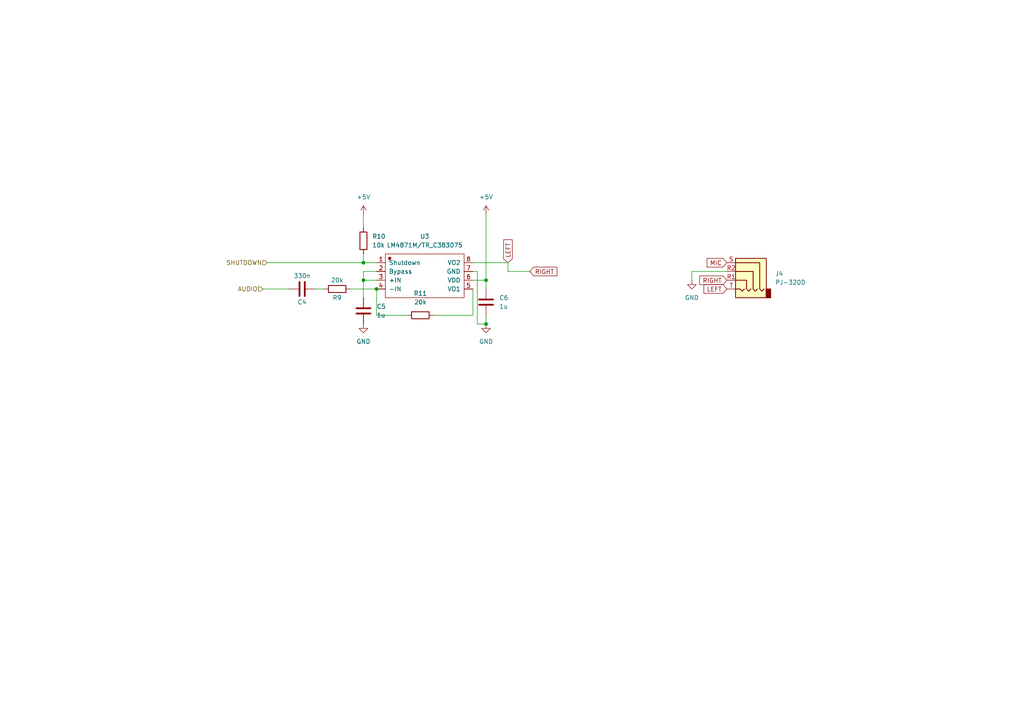
<source format=kicad_sch>
(kicad_sch (version 20230121) (generator eeschema)
  (paper "A4")
  (lib_symbols
    (symbol "Connector:AudioJack4"
      (property "Reference" "J" (at 0 8.89 0))
      (property "Value" "AudioJack4" (at 0 6.35 0))
      (symbol "AudioJack4_0_1"
        (rectangle (start -6.35 -5.08) (end -7.62 -7.62) (stroke (width 0.254)) (fill (type outline)))
        (polyline (pts (xy 0 -5.08) (xy 0.635 -5.715) (xy 1.27 -5.08) (xy 2.54 -5.08)) (stroke (width 0.254)))
        (polyline (pts (xy -5.715 -5.08) (xy -5.08 -5.715) (xy -4.445 -5.08) (xy -4.445 2.54) (xy 2.54 2.54)) (stroke (width 0.254)))
        (polyline (pts (xy -1.905 -5.08) (xy -1.27 -5.715) (xy -0.635 -5.08) (xy -0.635 -2.54) (xy 2.54 -2.54)) (stroke (width 0.254)))
        (polyline (pts (xy 2.54 0) (xy -2.54 0) (xy -2.54 -5.08) (xy -3.175 -5.715) (xy -3.81 -5.08)) (stroke (width 0.254)))
        (rectangle (start 2.54 3.81) (end -6.35 -7.62) (stroke (width 0.254)) (fill (type background)))
      )
      (symbol "AudioJack4_1_1"
        (pin passive line (at 5.08 -2.54 180) (length 2.54) (name "~") (number "R1"))
        (pin passive line (at 5.08 0 180) (length 2.54) (name "~") (number "R2"))
        (pin passive line (at 5.08 2.54 180) (length 2.54) (name "~") (number "S"))
        (pin passive line (at 5.08 -5.08 180) (length 2.54) (name "~") (number "T"))
      )
    )
    (symbol "Device:C" (pin_numbers hide) (pin_names (offset 0.254))
      (property "Reference" "C" (at 0.635 2.54 0))
      (property "Value" "C" (at 0.635 -2.54 0))
      (symbol "C_0_1"
        (polyline (pts (xy -2.032 -0.762) (xy 2.032 -0.762)) (stroke (width 0.508)))
        (polyline (pts (xy -2.032 0.762) (xy 2.032 0.762)) (stroke (width 0.508)))
      )
      (symbol "C_1_1"
        (pin passive line (at 0 3.81 270) (length 2.794) (name "~") (number "1"))
        (pin passive line (at 0 -3.81 90) (length 2.794) (name "~") (number "2"))
      )
    )
    (symbol "Device:R" (pin_numbers hide) (pin_names (offset 0))
      (property "Reference" "R" (at 2.032 0 90))
      (property "Value" "R" (at 0 0 90))
      (symbol "R_0_1"
        (rectangle (start -1.016 -2.54) (end 1.016 2.54) (stroke (width 0.254)))
      )
      (symbol "R_1_1"
        (pin passive line (at 0 3.81 270) (length 1.27) (name "~") (number "1"))
        (pin passive line (at 0 -3.81 90) (length 1.27) (name "~") (number "2"))
      )
    )
    (symbol "power:+5V" (power) (pin_names (offset 0))
      (property "Value" "+5V" (at 0 3.556 0))
      (symbol "+5V_0_1"
        (polyline (pts (xy -0.762 1.27) (xy 0 2.54)))
        (polyline (pts (xy 0 0) (xy 0 2.54)))
        (polyline (pts (xy 0 2.54) (xy 0.762 1.27)))
      )
      (symbol "+5V_1_1"
        (pin power_in line (at 0 0 90) (length 0) hide (name "+5V") (number "1"))
      )
    )
    (symbol "power:GND" (power) (pin_names (offset 0))
      (property "Value" "GND" (at 0 -3.81 0))
      (symbol "GND_0_1"
        (polyline (pts (xy 0 0) (xy 0 -1.27) (xy 1.27 -1.27) (xy 0 -2.54) (xy -1.27 -1.27) (xy 0 -1.27)))
      )
      (symbol "GND_1_1"
        (pin power_in line (at 0 0 270) (length 0) hide (name "GND") (number "1"))
      )
    )
    (symbol "zl4aa:LM4871M{slash}TR_C383075" (pin_names (offset 1.016))
      (property "Reference" "U" (at 0 9.017 0))
      (property "Value" "LM4871M{slash}TR_C383075" (at 0 14.097 0))
      (symbol "LM4871M{slash}TR_C383075_1_1"
        (rectangle (start -11.43 6.35) (end 11.43 -6.35) (stroke (width 0.1524)))
        (circle (center -10.16 5.08) (radius 0.381) (stroke (width 0.1524)) (fill (type outline)))
        (pin input line (at -13.97 3.81 0) (length 2.54) (name "Shutdown") (number "1"))
        (pin input line (at -13.97 1.27 0) (length 2.54) (name "Bypass") (number "2"))
        (pin input line (at -13.97 -1.27 0) (length 2.54) (name "+IN") (number "3"))
        (pin input line (at -13.97 -3.81 0) (length 2.54) (name "-IN") (number "4"))
        (pin input line (at 13.97 -3.81 180) (length 2.54) (name "VO1") (number "5"))
        (pin input line (at 13.97 -1.27 180) (length 2.54) (name "VDD") (number "6"))
        (pin input line (at 13.97 1.27 180) (length 2.54) (name "GND") (number "7"))
        (pin input line (at 13.97 3.81 180) (length 2.54) (name "VO2") (number "8"))
      )
    )
  )
  (junction (at 105.41 81.28))
  (junction (at 109.22 83.82))
  (junction (at 140.97 93.98))
  (junction (at 105.41 76.2))
  (junction (at 140.97 81.28))
  (wire (pts (xy 118.11 91.44) (xy 109.22 91.44)))
  (wire (pts (xy 153.67 78.74) (xy 147.32 78.74)))
  (wire (pts (xy 105.41 81.28) (xy 109.22 81.28)))
  (wire (pts (xy 109.22 78.74) (xy 105.41 78.74)))
  (wire (pts (xy 76.2 83.82) (xy 83.82 83.82)))
  (wire (pts (xy 140.97 81.28) (xy 137.16 81.28)))
  (wire (pts (xy 109.22 91.44) (xy 109.22 83.82)))
  (wire (pts (xy 138.43 93.98) (xy 140.97 93.98)))
  (wire (pts (xy 210.82 78.74) (xy 200.66 78.74)))
  (wire (pts (xy 147.32 76.2) (xy 137.16 76.2)))
  (wire (pts (xy 125.73 91.44) (xy 137.16 91.44)))
  (wire (pts (xy 77.47 76.2) (xy 105.41 76.2)))
  (wire (pts (xy 105.41 78.74) (xy 105.41 81.28)))
  (wire (pts (xy 105.41 81.28) (xy 105.41 86.36)))
  (wire (pts (xy 137.16 91.44) (xy 137.16 83.82)))
  (wire (pts (xy 147.32 78.74) (xy 147.32 76.2)))
  (wire (pts (xy 138.43 78.74) (xy 138.43 93.98)))
  (wire (pts (xy 105.41 76.2) (xy 105.41 73.66)))
  (wire (pts (xy 137.16 78.74) (xy 138.43 78.74)))
  (wire (pts (xy 200.66 78.74) (xy 200.66 81.28)))
  (wire (pts (xy 91.44 83.82) (xy 93.98 83.82)))
  (wire (pts (xy 140.97 83.82) (xy 140.97 81.28)))
  (wire (pts (xy 140.97 91.44) (xy 140.97 93.98)))
  (wire (pts (xy 109.22 76.2) (xy 105.41 76.2)))
  (wire (pts (xy 101.6 83.82) (xy 109.22 83.82)))
  (wire (pts (xy 105.41 62.23) (xy 105.41 66.04)))
  (wire (pts (xy 140.97 62.23) (xy 140.97 81.28)))
  (global_label "LEFT" (shape input) (at 147.32 76.2 90) (property "Intersheetrefs" "${INTERSHEET_REFS}" (effects hide)))
  (global_label "RIGHT" (shape input) (at 210.82 81.28 180) (property "Intersheetrefs" "${INTERSHEET_REFS}" (effects hide)))
  (global_label "LEFT" (shape input) (at 210.82 83.82 180) (property "Intersheetrefs" "${INTERSHEET_REFS}" (effects hide)))
  (global_label "MIC" (shape input) (at 210.82 76.2 180) (property "Intersheetrefs" "${INTERSHEET_REFS}" (effects hide)))
  (global_label "RIGHT" (shape input) (at 153.67 78.74 0) (property "Intersheetrefs" "${INTERSHEET_REFS}" (effects hide)))
  (hierarchical_label "SHUTDOWN" (shape input) (at 77.47 76.2 180))
  (hierarchical_label "AUDIO" (shape input) (at 76.2 83.82 180))
  (symbol (lib_id "Device:R") (at 105.41 69.85 0) (unit 1)
    (property "Reference" "R10" (at 107.95 68.5799 0) (effects (justify left)))
    (property "Value" "10k" (at 107.95 71.1199 0) (effects (justify left)))
    (property "Footprint" "Resistor_SMD:R_0402_1005Metric" (effects hide))
  )
  (symbol (lib_id "zl4aa:LM4871M{slash}TR_C383075") (at 123.19 80.01 0) (unit 1)
    (property "Reference" "U3" (at 123.19 68.58 0))
    (property "Value" "LM4871M/TR_C383075" (at 123.19 71.12 0))
    (property "Footprint" "Package_SO:SOP-8_3.9x4.9mm_P1.27mm" (effects hide))
    (property "Datasheet" "http://www.szlcsc.com/product/details_356292.html" (effects hide))
    (property "SuppliersPartNumber" "C383075" (effects hide))
    (property "uuid" "std:36ae7e920fbc4175b27029281f17c4a6" (effects hide))
  )
  (symbol (lib_id "power:+5V") (at 105.41 62.23 0) (unit 1)
    (property "Reference" "#PWR014" (effects hide))
    (property "Value" "+5V" (at 105.41 57.15 0))
  )
  (symbol (lib_id "power:GND") (at 200.66 81.28 0) (unit 1)
    (property "Reference" "#PWR0109" (effects hide))
    (property "Value" "GND" (at 200.66 86.36 0))
  )
  (symbol (lib_id "Connector:AudioJack4") (at 215.9 78.74 0) (mirror y) (unit 1)
    (property "Reference" "J4" (at 224.79 79.3749 0) (effects (justify right)))
    (property "Value" "PJ-320D" (at 224.79 81.9149 0) (effects (justify right)))
    (property "Footprint" "Connector_Audio:Jack_3.5mm_PJ320D_Horizontal" (effects hide))
  )
  (symbol (lib_id "Device:C") (at 105.41 90.17 0) (unit 1)
    (property "Reference" "C5" (at 109.22 88.8999 0) (effects (justify left)))
    (property "Value" "1u" (at 109.22 91.4399 0) (effects (justify left)))
    (property "Footprint" "Capacitor_SMD:C_0603_1608Metric" (effects hide))
  )
  (symbol (lib_id "power:+5V") (at 140.97 62.23 0) (unit 1)
    (property "Reference" "#PWR016" (effects hide))
    (property "Value" "+5V" (at 140.97 57.15 0))
  )
  (symbol (lib_id "Device:R") (at 121.92 91.44 90) (unit 1)
    (property "Reference" "R11" (at 121.92 85.09 90))
    (property "Value" "20k" (at 121.92 87.63 90))
    (property "Footprint" "Resistor_SMD:R_0402_1005Metric" (effects hide))
  )
  (symbol (lib_id "Device:R") (at 97.79 83.82 90) (unit 1)
    (property "Reference" "R9" (at 97.79 86.36 90))
    (property "Value" "20k" (at 97.79 81.28 90))
    (property "Footprint" "Resistor_SMD:R_0402_1005Metric" (effects hide))
  )
  (symbol (lib_id "Device:C") (at 140.97 87.63 0) (unit 1)
    (property "Reference" "C6" (at 144.78 86.3599 0) (effects (justify left)))
    (property "Value" "1u" (at 144.78 88.8999 0) (effects (justify left)))
    (property "Footprint" "Capacitor_SMD:C_0603_1608Metric" (effects hide))
  )
  (symbol (lib_id "power:GND") (at 140.97 93.98 0) (unit 1)
    (property "Reference" "#PWR017" (effects hide))
    (property "Value" "GND" (at 140.97 99.06 0))
  )
  (symbol (lib_id "Device:C") (at 87.63 83.82 270) (unit 1)
    (property "Reference" "C4" (at 87.63 87.63 90))
    (property "Value" "330n" (at 87.63 80.01 90))
    (property "Footprint" "Capacitor_SMD:C_0603_1608Metric" (effects hide))
  )
  (symbol (lib_id "power:GND") (at 105.41 93.98 0) (unit 1)
    (property "Reference" "#PWR015" (effects hide))
    (property "Value" "GND" (at 105.41 99.06 0))
  )
)
</source>
